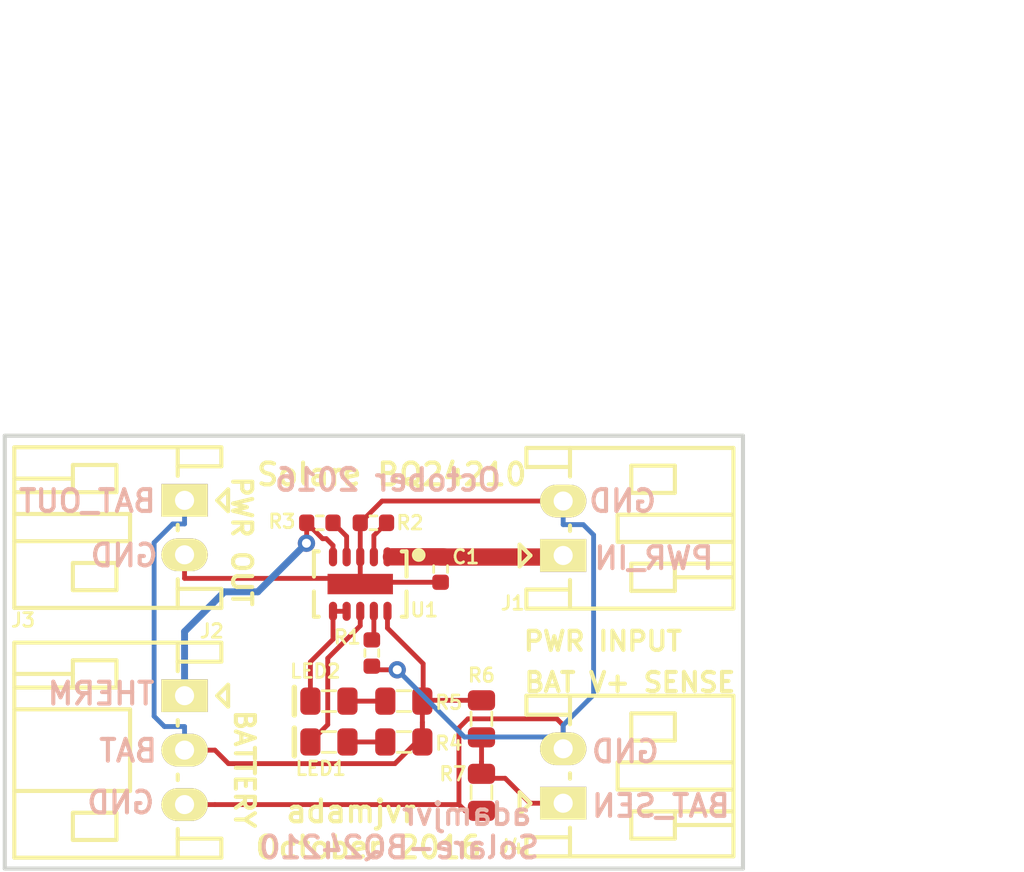
<source format=kicad_pcb>
(kicad_pcb (version 20171130) (host pcbnew "(5.1.12)-1")

  (general
    (thickness 1.6)
    (drawings 25)
    (tracks 99)
    (zones 0)
    (modules 15)
    (nets 13)
  )

  (page A4)
  (layers
    (0 F.Cu signal)
    (31 B.Cu signal)
    (32 B.Adhes user hide)
    (33 F.Adhes user hide)
    (34 B.Paste user)
    (35 F.Paste user)
    (36 B.SilkS user)
    (37 F.SilkS user)
    (38 B.Mask user)
    (39 F.Mask user)
    (40 Dwgs.User user)
    (41 Cmts.User user)
    (42 Eco1.User user)
    (43 Eco2.User user)
    (44 Edge.Cuts user)
    (45 Margin user)
    (46 B.CrtYd user)
    (47 F.CrtYd user)
    (48 B.Fab user)
    (49 F.Fab user hide)
  )

  (setup
    (last_trace_width 0.1778)
    (user_trace_width 0.1778)
    (user_trace_width 0.254)
    (user_trace_width 0.381)
    (user_trace_width 0.635)
    (user_trace_width 0.762)
    (trace_clearance 0.1778)
    (zone_clearance 0.1778)
    (zone_45_only no)
    (trace_min 0.1778)
    (via_size 0.635)
    (via_drill 0.3302)
    (via_min_size 0.635)
    (via_min_drill 0.3302)
    (user_via 0.635 0.3302)
    (user_via 0.635 0.381)
    (user_via 1.27 0.7112)
    (uvia_size 0.3)
    (uvia_drill 0.1)
    (uvias_allowed no)
    (uvia_min_size 0.2)
    (uvia_min_drill 0.1)
    (edge_width 0.15)
    (segment_width 0.2)
    (pcb_text_width 0.3)
    (pcb_text_size 1.5 1.5)
    (mod_edge_width 0.15)
    (mod_text_size 0.5 0.5)
    (mod_text_width 0.1)
    (pad_size 1.524 1.524)
    (pad_drill 0.762)
    (pad_to_mask_clearance 0.2)
    (aux_axis_origin 0 0)
    (visible_elements 7FFFF7FF)
    (pcbplotparams
      (layerselection 0x010f0_ffffffff)
      (usegerberextensions true)
      (usegerberattributes true)
      (usegerberadvancedattributes true)
      (creategerberjobfile true)
      (excludeedgelayer true)
      (linewidth 0.100000)
      (plotframeref false)
      (viasonmask false)
      (mode 1)
      (useauxorigin false)
      (hpglpennumber 1)
      (hpglpenspeed 20)
      (hpglpendiameter 15.000000)
      (psnegative false)
      (psa4output false)
      (plotreference true)
      (plotvalue true)
      (plotinvisibletext false)
      (padsonsilk false)
      (subtractmaskfromsilk false)
      (outputformat 1)
      (mirror false)
      (drillshape 0)
      (scaleselection 1)
      (outputdirectory "Fab_Output/"))
  )

  (net 0 "")
  (net 1 GND)
  (net 2 "Net-(C1-Pad1)")
  (net 3 /BAT)
  (net 4 /THERM)
  (net 5 /BAT_VOLT)
  (net 6 "Net-(LED1-Pad1)")
  (net 7 "Net-(LED1-Pad2)")
  (net 8 "Net-(LED2-Pad2)")
  (net 9 "Net-(LED2-Pad1)")
  (net 10 "Net-(R1-Pad1)")
  (net 11 "Net-(R2-Pad1)")
  (net 12 "Net-(R3-Pad1)")

  (net_class Default "This is the default net class."
    (clearance 0.1778)
    (trace_width 0.1778)
    (via_dia 0.635)
    (via_drill 0.3302)
    (uvia_dia 0.3)
    (uvia_drill 0.1)
    (diff_pair_width 0.1778)
    (diff_pair_gap 0.254)
    (add_net /BAT)
    (add_net /BAT_VOLT)
    (add_net /THERM)
    (add_net GND)
    (add_net "Net-(C1-Pad1)")
    (add_net "Net-(LED1-Pad1)")
    (add_net "Net-(LED1-Pad2)")
    (add_net "Net-(LED2-Pad1)")
    (add_net "Net-(LED2-Pad2)")
    (add_net "Net-(R1-Pad1)")
    (add_net "Net-(R2-Pad1)")
    (add_net "Net-(R3-Pad1)")
  )

  (module "PCB_Footprints:S3B-PH-K-S(LF)(SN)" (layer F.Cu) (tedit 57F34C65) (tstamp 57F0192A)
    (at 57.3 62.35 270)
    (descr http://www.jst-mfg.com/product/pdf/eng/ePH.pdf)
    (tags "connector jst ph")
    (path /57F02B51)
    (fp_text reference J2 (at -2.375 -1) (layer F.SilkS)
      (effects (font (size 0.5 0.5) (thickness 0.1)))
    )
    (fp_text value "S3B-PH-K-S(LF)(SN)" (at 2 7.5 270) (layer F.Fab)
      (effects (font (size 0.5 0.5) (thickness 0.1)))
    )
    (fp_line (start 0.5 6.25) (end 0.5 2) (layer F.SilkS) (width 0.15))
    (fp_line (start 0.5 2) (end 3.5 2) (layer F.SilkS) (width 0.15))
    (fp_line (start 3.5 2) (end 3.5 6.25) (layer F.SilkS) (width 0.15))
    (fp_line (start -0.9 0.25) (end -1.25 0.25) (layer F.SilkS) (width 0.15))
    (fp_line (start -1.25 0.25) (end -1.25 -1.35) (layer F.SilkS) (width 0.15))
    (fp_line (start -1.25 -1.35) (end -1.95 -1.35) (layer F.SilkS) (width 0.15))
    (fp_line (start -1.95 -1.35) (end -1.95 6.25) (layer F.SilkS) (width 0.15))
    (fp_line (start -1.95 6.25) (end 5.95 6.25) (layer F.SilkS) (width 0.15))
    (fp_line (start 5.95 6.25) (end 5.95 -1.35) (layer F.SilkS) (width 0.15))
    (fp_line (start 5.95 -1.35) (end 5.25 -1.35) (layer F.SilkS) (width 0.15))
    (fp_line (start 5.25 -1.35) (end 5.25 0.25) (layer F.SilkS) (width 0.15))
    (fp_line (start 5.25 0.25) (end 4.9 0.25) (layer F.SilkS) (width 0.15))
    (fp_line (start 0 -1.2) (end -0.4 -1.6) (layer F.SilkS) (width 0.15))
    (fp_line (start -0.4 -1.6) (end 0.4 -1.6) (layer F.SilkS) (width 0.15))
    (fp_line (start 0.4 -1.6) (end 0 -1.2) (layer F.SilkS) (width 0.15))
    (fp_line (start -1.95 0.25) (end -1.25 0.25) (layer F.SilkS) (width 0.15))
    (fp_line (start 5.95 0.25) (end 5.25 0.25) (layer F.SilkS) (width 0.15))
    (fp_line (start -1.3 2.5) (end -1.3 4.1) (layer F.SilkS) (width 0.15))
    (fp_line (start -1.3 4.1) (end -0.3 4.1) (layer F.SilkS) (width 0.15))
    (fp_line (start -0.3 4.1) (end -0.3 2.5) (layer F.SilkS) (width 0.15))
    (fp_line (start -0.3 2.5) (end -1.3 2.5) (layer F.SilkS) (width 0.15))
    (fp_line (start 5.3 2.5) (end 5.3 4.1) (layer F.SilkS) (width 0.15))
    (fp_line (start 5.3 4.1) (end 4.3 4.1) (layer F.SilkS) (width 0.15))
    (fp_line (start 4.3 4.1) (end 4.3 2.5) (layer F.SilkS) (width 0.15))
    (fp_line (start 4.3 2.5) (end 5.3 2.5) (layer F.SilkS) (width 0.15))
    (fp_line (start -0.3 4.1) (end -0.3 6.25) (layer F.SilkS) (width 0.15))
    (fp_line (start -0.8 4.1) (end -0.8 6.25) (layer F.SilkS) (width 0.15))
    (fp_line (start 0.9 0.25) (end 1.1 0.25) (layer F.SilkS) (width 0.15))
    (fp_line (start 2.9 0.25) (end 3.1 0.25) (layer F.SilkS) (width 0.15))
    (fp_line (start -2.45 6.75) (end -2.45 -1.85) (layer F.CrtYd) (width 0.05))
    (fp_line (start -2.45 -1.85) (end 6.45 -1.85) (layer F.CrtYd) (width 0.05))
    (fp_line (start 6.45 -1.85) (end 6.45 6.75) (layer F.CrtYd) (width 0.05))
    (fp_line (start 6.45 6.75) (end -2.45 6.75) (layer F.CrtYd) (width 0.05))
    (pad 1 thru_hole rect (at 0 0 270) (size 1.2 1.7) (drill 0.7) (layers *.Cu *.Mask F.SilkS)
      (net 4 /THERM))
    (pad 2 thru_hole oval (at 2 0 270) (size 1.2 1.7) (drill 0.7) (layers *.Cu *.Mask F.SilkS)
      (net 3 /BAT))
    (pad 3 thru_hole oval (at 4 0 270) (size 1.2 1.7) (drill 0.7) (layers *.Cu *.Mask F.SilkS)
      (net 1 GND))
    (model C:/Users/adam/Documents/GitHub/footprints/3D/VRML/S3B-PH-K-S.wrl
      (offset (xyz 10.88999983644861 3.789999943079912 6.049999909138115))
      (scale (xyz 0.4 0.4 0.4))
      (rotate (xyz -90 0 0))
    )
  )

  (module "PCB_Footprints:S2B-PH-K-S(LF)(SN)" (layer F.Cu) (tedit 57F34C65) (tstamp 57F01902)
    (at 71.2 57.2 90)
    (descr http://www.jst-mfg.com/product/pdf/eng/ePH.pdf)
    (tags "connector jst ph")
    (path /57F02D96)
    (fp_text reference J1 (at -1.75 -1.85 180) (layer F.SilkS)
      (effects (font (size 0.5 0.5) (thickness 0.1)))
    )
    (fp_text value "S2B-PH-K-S(LF)(SN)" (at 1 7.5 90) (layer F.Fab)
      (effects (font (size 0.5 0.5) (thickness 0.1)))
    )
    (fp_line (start 0.5 6.25) (end 0.5 2) (layer F.SilkS) (width 0.15))
    (fp_line (start 0.5 2) (end 1.5 2) (layer F.SilkS) (width 0.15))
    (fp_line (start 1.5 2) (end 1.5 6.25) (layer F.SilkS) (width 0.15))
    (fp_line (start -0.9 0.25) (end -1.25 0.25) (layer F.SilkS) (width 0.15))
    (fp_line (start -1.25 0.25) (end -1.25 -1.35) (layer F.SilkS) (width 0.15))
    (fp_line (start -1.25 -1.35) (end -1.95 -1.35) (layer F.SilkS) (width 0.15))
    (fp_line (start -1.95 -1.35) (end -1.95 6.25) (layer F.SilkS) (width 0.15))
    (fp_line (start -1.95 6.25) (end 3.95 6.25) (layer F.SilkS) (width 0.15))
    (fp_line (start 3.95 6.25) (end 3.95 -1.35) (layer F.SilkS) (width 0.15))
    (fp_line (start 3.95 -1.35) (end 3.25 -1.35) (layer F.SilkS) (width 0.15))
    (fp_line (start 3.25 -1.35) (end 3.25 0.25) (layer F.SilkS) (width 0.15))
    (fp_line (start 3.25 0.25) (end 2.9 0.25) (layer F.SilkS) (width 0.15))
    (fp_line (start 0 -1.2) (end -0.4 -1.6) (layer F.SilkS) (width 0.15))
    (fp_line (start -0.4 -1.6) (end 0.4 -1.6) (layer F.SilkS) (width 0.15))
    (fp_line (start 0.4 -1.6) (end 0 -1.2) (layer F.SilkS) (width 0.15))
    (fp_line (start -1.95 0.25) (end -1.25 0.25) (layer F.SilkS) (width 0.15))
    (fp_line (start 3.95 0.25) (end 3.25 0.25) (layer F.SilkS) (width 0.15))
    (fp_line (start -1.3 2.5) (end -1.3 4.1) (layer F.SilkS) (width 0.15))
    (fp_line (start -1.3 4.1) (end -0.3 4.1) (layer F.SilkS) (width 0.15))
    (fp_line (start -0.3 4.1) (end -0.3 2.5) (layer F.SilkS) (width 0.15))
    (fp_line (start -0.3 2.5) (end -1.3 2.5) (layer F.SilkS) (width 0.15))
    (fp_line (start 3.3 2.5) (end 3.3 4.1) (layer F.SilkS) (width 0.15))
    (fp_line (start 3.3 4.1) (end 2.3 4.1) (layer F.SilkS) (width 0.15))
    (fp_line (start 2.3 4.1) (end 2.3 2.5) (layer F.SilkS) (width 0.15))
    (fp_line (start 2.3 2.5) (end 3.3 2.5) (layer F.SilkS) (width 0.15))
    (fp_line (start -0.3 4.1) (end -0.3 6.25) (layer F.SilkS) (width 0.15))
    (fp_line (start -0.8 4.1) (end -0.8 6.25) (layer F.SilkS) (width 0.15))
    (fp_line (start 0.9 0.25) (end 1.1 0.25) (layer F.SilkS) (width 0.15))
    (fp_line (start -2.45 6.75) (end -2.45 -1.85) (layer F.CrtYd) (width 0.05))
    (fp_line (start -2.45 -1.85) (end 4.45 -1.85) (layer F.CrtYd) (width 0.05))
    (fp_line (start 4.45 -1.85) (end 4.45 6.75) (layer F.CrtYd) (width 0.05))
    (fp_line (start 4.45 6.75) (end -2.45 6.75) (layer F.CrtYd) (width 0.05))
    (pad 1 thru_hole rect (at 0 0 90) (size 1.2 1.7) (drill 0.7) (layers *.Cu *.Mask F.SilkS)
      (net 2 "Net-(C1-Pad1)"))
    (pad 2 thru_hole oval (at 2 0 90) (size 1.2 1.7) (drill 0.7) (layers *.Cu *.Mask F.SilkS)
      (net 1 GND))
    (model C:/Users/adam/Documents/GitHub/footprints/3D/VRML/S2B-PH-K-S.wrl
      (offset (xyz 8.87999986663578 2.749999958699144 5.999999909889041))
      (scale (xyz 0.4 0.4 0.4))
      (rotate (xyz -90 0 0))
    )
  )

  (module "PCB_Footprints:S2B-PH-K-S(LF)(SN)" (layer F.Cu) (tedit 57F34C65) (tstamp 57F01950)
    (at 57.3 55.175 270)
    (descr http://www.jst-mfg.com/product/pdf/eng/ePH.pdf)
    (tags "connector jst ph")
    (path /57F03148)
    (fp_text reference J3 (at 4.4 5.925) (layer F.SilkS)
      (effects (font (size 0.5 0.5) (thickness 0.1)))
    )
    (fp_text value "S2B-PH-K-S(LF)(SN)" (at 1 7.5 270) (layer F.Fab)
      (effects (font (size 0.5 0.5) (thickness 0.1)))
    )
    (fp_line (start 0.5 6.25) (end 0.5 2) (layer F.SilkS) (width 0.15))
    (fp_line (start 0.5 2) (end 1.5 2) (layer F.SilkS) (width 0.15))
    (fp_line (start 1.5 2) (end 1.5 6.25) (layer F.SilkS) (width 0.15))
    (fp_line (start -0.9 0.25) (end -1.25 0.25) (layer F.SilkS) (width 0.15))
    (fp_line (start -1.25 0.25) (end -1.25 -1.35) (layer F.SilkS) (width 0.15))
    (fp_line (start -1.25 -1.35) (end -1.95 -1.35) (layer F.SilkS) (width 0.15))
    (fp_line (start -1.95 -1.35) (end -1.95 6.25) (layer F.SilkS) (width 0.15))
    (fp_line (start -1.95 6.25) (end 3.95 6.25) (layer F.SilkS) (width 0.15))
    (fp_line (start 3.95 6.25) (end 3.95 -1.35) (layer F.SilkS) (width 0.15))
    (fp_line (start 3.95 -1.35) (end 3.25 -1.35) (layer F.SilkS) (width 0.15))
    (fp_line (start 3.25 -1.35) (end 3.25 0.25) (layer F.SilkS) (width 0.15))
    (fp_line (start 3.25 0.25) (end 2.9 0.25) (layer F.SilkS) (width 0.15))
    (fp_line (start 0 -1.2) (end -0.4 -1.6) (layer F.SilkS) (width 0.15))
    (fp_line (start -0.4 -1.6) (end 0.4 -1.6) (layer F.SilkS) (width 0.15))
    (fp_line (start 0.4 -1.6) (end 0 -1.2) (layer F.SilkS) (width 0.15))
    (fp_line (start -1.95 0.25) (end -1.25 0.25) (layer F.SilkS) (width 0.15))
    (fp_line (start 3.95 0.25) (end 3.25 0.25) (layer F.SilkS) (width 0.15))
    (fp_line (start -1.3 2.5) (end -1.3 4.1) (layer F.SilkS) (width 0.15))
    (fp_line (start -1.3 4.1) (end -0.3 4.1) (layer F.SilkS) (width 0.15))
    (fp_line (start -0.3 4.1) (end -0.3 2.5) (layer F.SilkS) (width 0.15))
    (fp_line (start -0.3 2.5) (end -1.3 2.5) (layer F.SilkS) (width 0.15))
    (fp_line (start 3.3 2.5) (end 3.3 4.1) (layer F.SilkS) (width 0.15))
    (fp_line (start 3.3 4.1) (end 2.3 4.1) (layer F.SilkS) (width 0.15))
    (fp_line (start 2.3 4.1) (end 2.3 2.5) (layer F.SilkS) (width 0.15))
    (fp_line (start 2.3 2.5) (end 3.3 2.5) (layer F.SilkS) (width 0.15))
    (fp_line (start -0.3 4.1) (end -0.3 6.25) (layer F.SilkS) (width 0.15))
    (fp_line (start -0.8 4.1) (end -0.8 6.25) (layer F.SilkS) (width 0.15))
    (fp_line (start 0.9 0.25) (end 1.1 0.25) (layer F.SilkS) (width 0.15))
    (fp_line (start -2.45 6.75) (end -2.45 -1.85) (layer F.CrtYd) (width 0.05))
    (fp_line (start -2.45 -1.85) (end 4.45 -1.85) (layer F.CrtYd) (width 0.05))
    (fp_line (start 4.45 -1.85) (end 4.45 6.75) (layer F.CrtYd) (width 0.05))
    (fp_line (start 4.45 6.75) (end -2.45 6.75) (layer F.CrtYd) (width 0.05))
    (pad 1 thru_hole rect (at 0 0 270) (size 1.2 1.7) (drill 0.7) (layers *.Cu *.Mask F.SilkS)
      (net 3 /BAT))
    (pad 2 thru_hole oval (at 2 0 270) (size 1.2 1.7) (drill 0.7) (layers *.Cu *.Mask F.SilkS)
      (net 1 GND))
    (model C:/Users/adam/Documents/GitHub/footprints/3D/VRML/S2B-PH-K-S.wrl
      (offset (xyz 8.87999986663578 2.749999958699144 5.999999909889041))
      (scale (xyz 0.4 0.4 0.4))
      (rotate (xyz -90 0 0))
    )
  )

  (module "PCB_Footprints:S2B-PH-K-S(LF)(SN)" (layer F.Cu) (tedit 57F34C65) (tstamp 57F01976)
    (at 71.2 66.3 90)
    (descr http://www.jst-mfg.com/product/pdf/eng/ePH.pdf)
    (tags "connector jst ph")
    (path /57F07642)
    (fp_text reference J4 (at -1.6 -1.925 180) (layer F.SilkS)
      (effects (font (size 0.5 0.5) (thickness 0.1)))
    )
    (fp_text value "S2B-PH-K-S(LF)(SN)" (at 1 7.5 90) (layer F.Fab)
      (effects (font (size 0.5 0.5) (thickness 0.1)))
    )
    (fp_line (start 0.5 6.25) (end 0.5 2) (layer F.SilkS) (width 0.15))
    (fp_line (start 0.5 2) (end 1.5 2) (layer F.SilkS) (width 0.15))
    (fp_line (start 1.5 2) (end 1.5 6.25) (layer F.SilkS) (width 0.15))
    (fp_line (start -0.9 0.25) (end -1.25 0.25) (layer F.SilkS) (width 0.15))
    (fp_line (start -1.25 0.25) (end -1.25 -1.35) (layer F.SilkS) (width 0.15))
    (fp_line (start -1.25 -1.35) (end -1.95 -1.35) (layer F.SilkS) (width 0.15))
    (fp_line (start -1.95 -1.35) (end -1.95 6.25) (layer F.SilkS) (width 0.15))
    (fp_line (start -1.95 6.25) (end 3.95 6.25) (layer F.SilkS) (width 0.15))
    (fp_line (start 3.95 6.25) (end 3.95 -1.35) (layer F.SilkS) (width 0.15))
    (fp_line (start 3.95 -1.35) (end 3.25 -1.35) (layer F.SilkS) (width 0.15))
    (fp_line (start 3.25 -1.35) (end 3.25 0.25) (layer F.SilkS) (width 0.15))
    (fp_line (start 3.25 0.25) (end 2.9 0.25) (layer F.SilkS) (width 0.15))
    (fp_line (start 0 -1.2) (end -0.4 -1.6) (layer F.SilkS) (width 0.15))
    (fp_line (start -0.4 -1.6) (end 0.4 -1.6) (layer F.SilkS) (width 0.15))
    (fp_line (start 0.4 -1.6) (end 0 -1.2) (layer F.SilkS) (width 0.15))
    (fp_line (start -1.95 0.25) (end -1.25 0.25) (layer F.SilkS) (width 0.15))
    (fp_line (start 3.95 0.25) (end 3.25 0.25) (layer F.SilkS) (width 0.15))
    (fp_line (start -1.3 2.5) (end -1.3 4.1) (layer F.SilkS) (width 0.15))
    (fp_line (start -1.3 4.1) (end -0.3 4.1) (layer F.SilkS) (width 0.15))
    (fp_line (start -0.3 4.1) (end -0.3 2.5) (layer F.SilkS) (width 0.15))
    (fp_line (start -0.3 2.5) (end -1.3 2.5) (layer F.SilkS) (width 0.15))
    (fp_line (start 3.3 2.5) (end 3.3 4.1) (layer F.SilkS) (width 0.15))
    (fp_line (start 3.3 4.1) (end 2.3 4.1) (layer F.SilkS) (width 0.15))
    (fp_line (start 2.3 4.1) (end 2.3 2.5) (layer F.SilkS) (width 0.15))
    (fp_line (start 2.3 2.5) (end 3.3 2.5) (layer F.SilkS) (width 0.15))
    (fp_line (start -0.3 4.1) (end -0.3 6.25) (layer F.SilkS) (width 0.15))
    (fp_line (start -0.8 4.1) (end -0.8 6.25) (layer F.SilkS) (width 0.15))
    (fp_line (start 0.9 0.25) (end 1.1 0.25) (layer F.SilkS) (width 0.15))
    (fp_line (start -2.45 6.75) (end -2.45 -1.85) (layer F.CrtYd) (width 0.05))
    (fp_line (start -2.45 -1.85) (end 4.45 -1.85) (layer F.CrtYd) (width 0.05))
    (fp_line (start 4.45 -1.85) (end 4.45 6.75) (layer F.CrtYd) (width 0.05))
    (fp_line (start 4.45 6.75) (end -2.45 6.75) (layer F.CrtYd) (width 0.05))
    (pad 1 thru_hole rect (at 0 0 90) (size 1.2 1.7) (drill 0.7) (layers *.Cu *.Mask F.SilkS)
      (net 5 /BAT_VOLT))
    (pad 2 thru_hole oval (at 2 0 90) (size 1.2 1.7) (drill 0.7) (layers *.Cu *.Mask F.SilkS)
      (net 1 GND))
    (model C:/Users/adam/Documents/GitHub/footprints/3D/VRML/S2B-PH-K-S.wrl
      (offset (xyz 8.87999986663578 2.749999958699144 5.999999909889041))
      (scale (xyz 0.4 0.4 0.4))
      (rotate (xyz -90 0 0))
    )
  )

  (module PCB_Footprints:C0402 (layer F.Cu) (tedit 57F34C65) (tstamp 57F018DC)
    (at 66.7 57.7 270)
    (path /57D8511B)
    (fp_text reference C1 (at -0.45 -0.925) (layer F.SilkS)
      (effects (font (size 0.5 0.5) (thickness 0.1)))
    )
    (fp_text value CL05A105KA5NQNC (at 0 -2.159 270) (layer F.Fab)
      (effects (font (size 0.5 0.5) (thickness 0.1)))
    )
    (fp_line (start -0.127 -0.254) (end 0.127 -0.254) (layer F.SilkS) (width 0.1))
    (fp_line (start -0.127 0.254) (end 0.127 0.254) (layer F.SilkS) (width 0.1))
    (fp_line (start -0.965 -0.508) (end 0.965 -0.508) (layer Dwgs.User) (width 0.05))
    (fp_line (start 0.965 -0.508) (end 0.965 0.508) (layer Dwgs.User) (width 0.05))
    (fp_line (start -0.965 0.508) (end 0.965 0.508) (layer Dwgs.User) (width 0.05))
    (fp_line (start -0.965 -0.508) (end -0.965 0.508) (layer Dwgs.User) (width 0.05))
    (fp_line (start 0 -0.127) (end 0 0.127) (layer Dwgs.User) (width 0.05))
    (fp_line (start 0.127 0) (end -0.127 0) (layer Dwgs.User) (width 0.05))
    (fp_line (start -0.5 0.29) (end 0.5 0.29) (layer Eco1.User) (width 0.05))
    (fp_line (start -0.5 -0.29) (end -0.5 0.29) (layer Eco1.User) (width 0.05))
    (fp_line (start 0.5 -0.29) (end -0.5 -0.29) (layer Eco1.User) (width 0.05))
    (fp_line (start 0.5 0.29) (end 0.5 -0.29) (layer Eco1.User) (width 0.05))
    (pad 2 smd roundrect (at 0.483 0 270) (size 0.559 0.61) (layers F.Cu F.Paste F.Mask) (roundrect_rratio 0.25)
      (net 1 GND) (solder_mask_margin 0.102))
    (pad 1 smd roundrect (at -0.483 0 270) (size 0.559 0.61) (layers F.Cu F.Paste F.Mask) (roundrect_rratio 0.25)
      (net 2 "Net-(C1-Pad1)") (solder_mask_margin 0.102))
    (model C:/Users/adam/Documents/GitHub/footprints/3D/STEP/CAPC-0402-T0.55-BN.stp
      (at (xyz 0 0 0))
      (scale (xyz 1 1 1))
      (rotate (xyz 0 0 0))
    )
  )

  (module PCB_Footprints:LED0603 (layer F.Cu) (tedit 57F34C65) (tstamp 57F01989)
    (at 62.6 64.05 180)
    (path /57D7EE0F)
    (fp_text reference LED1 (at 0.3 -0.975 180) (layer F.SilkS)
      (effects (font (size 0.5 0.5) (thickness 0.1)))
    )
    (fp_text value LTST-C191KGKT (at 0 -1.524 180) (layer F.Fab) hide
      (effects (font (size 0.5 0.5) (thickness 0.1)))
    )
    (fp_line (start -0.8 -0.381) (end -0.8 0.381) (layer Eco1.User) (width 0.05))
    (fp_line (start -0.8 0.381) (end 0.8 0.381) (layer Eco1.User) (width 0.05))
    (fp_line (start 0.8 0.381) (end 0.8 -0.381) (layer Eco1.User) (width 0.05))
    (fp_line (start 0.8 -0.381) (end -0.8 -0.381) (layer Eco1.User) (width 0.05))
    (fp_line (start -1.275 -0.7) (end 1.275 -0.7) (layer Dwgs.User) (width 0.05))
    (fp_line (start 1.275 -0.7) (end 1.275 0.7) (layer Dwgs.User) (width 0.05))
    (fp_line (start 1.275 0.7) (end -1.275 0.7) (layer Dwgs.User) (width 0.05))
    (fp_line (start -1.275 0.7) (end -1.275 -0.7) (layer Dwgs.User) (width 0.05))
    (fp_line (start 0.254 0) (end -0.254 0) (layer Dwgs.User) (width 0.05))
    (fp_line (start 0 -0.254) (end 0 0.254) (layer Dwgs.User) (width 0.05))
    (fp_line (start 0.254 0.381) (end -0.254 0.381) (layer F.SilkS) (width 0.1))
    (fp_line (start -0.254 -0.381) (end 0.254 -0.381) (layer F.SilkS) (width 0.1))
    (fp_line (start 1.27 -0.508) (end 1.27 0.508) (layer F.SilkS) (width 0.2))
    (pad 1 smd roundrect (at -0.68 0 180) (size 0.74 1) (layers F.Cu F.Paste F.Mask) (roundrect_rratio 0.25)
      (net 6 "Net-(LED1-Pad1)") (solder_mask_margin 0.102))
    (pad 2 smd roundrect (at 0.68 0 180) (size 0.74 1) (layers F.Cu F.Paste F.Mask) (roundrect_rratio 0.25)
      (net 7 "Net-(LED1-Pad2)") (solder_mask_margin 0.102))
    (model "C:/Users/adam/Documents/GitHub/KiCAD-OnHand-Lib/3D/LED 0603 single color.stp"
      (at (xyz 0 0 0))
      (scale (xyz 1 1 1))
      (rotate (xyz 0 0 90))
    )
  )

  (module PCB_Footprints:LED0603 (layer F.Cu) (tedit 57F34C65) (tstamp 57F0199C)
    (at 62.6 62.55 180)
    (path /57D7ED65)
    (fp_text reference LED2 (at 0.5 1.1 180) (layer F.SilkS)
      (effects (font (size 0.5 0.5) (thickness 0.1)))
    )
    (fp_text value LTST-C191KFKT (at 0 -1.524 180) (layer F.Fab) hide
      (effects (font (size 0.5 0.5) (thickness 0.1)))
    )
    (fp_line (start 1.27 -0.508) (end 1.27 0.508) (layer F.SilkS) (width 0.2))
    (fp_line (start -0.254 -0.381) (end 0.254 -0.381) (layer F.SilkS) (width 0.1))
    (fp_line (start 0.254 0.381) (end -0.254 0.381) (layer F.SilkS) (width 0.1))
    (fp_line (start 0 -0.254) (end 0 0.254) (layer Dwgs.User) (width 0.05))
    (fp_line (start 0.254 0) (end -0.254 0) (layer Dwgs.User) (width 0.05))
    (fp_line (start -1.275 0.7) (end -1.275 -0.7) (layer Dwgs.User) (width 0.05))
    (fp_line (start 1.275 0.7) (end -1.275 0.7) (layer Dwgs.User) (width 0.05))
    (fp_line (start 1.275 -0.7) (end 1.275 0.7) (layer Dwgs.User) (width 0.05))
    (fp_line (start -1.275 -0.7) (end 1.275 -0.7) (layer Dwgs.User) (width 0.05))
    (fp_line (start 0.8 -0.381) (end -0.8 -0.381) (layer Eco1.User) (width 0.05))
    (fp_line (start 0.8 0.381) (end 0.8 -0.381) (layer Eco1.User) (width 0.05))
    (fp_line (start -0.8 0.381) (end 0.8 0.381) (layer Eco1.User) (width 0.05))
    (fp_line (start -0.8 -0.381) (end -0.8 0.381) (layer Eco1.User) (width 0.05))
    (pad 2 smd roundrect (at 0.68 0 180) (size 0.74 1) (layers F.Cu F.Paste F.Mask) (roundrect_rratio 0.25)
      (net 8 "Net-(LED2-Pad2)") (solder_mask_margin 0.102))
    (pad 1 smd roundrect (at -0.68 0 180) (size 0.74 1) (layers F.Cu F.Paste F.Mask) (roundrect_rratio 0.25)
      (net 9 "Net-(LED2-Pad1)") (solder_mask_margin 0.102))
    (model "C:/Users/adam/Documents/GitHub/KiCAD-OnHand-Lib/3D/LED 0603 single color.stp"
      (at (xyz 0 0 0))
      (scale (xyz 1 1 1))
      (rotate (xyz 0 0 90))
    )
  )

  (module PCB_Footprints:R0402 (layer F.Cu) (tedit 57F34C65) (tstamp 57F019AE)
    (at 64.175 60.783 270)
    (path /57F06188)
    (fp_text reference R1 (at -0.583 0.9) (layer F.SilkS)
      (effects (font (size 0.5 0.5) (thickness 0.1)))
    )
    (fp_text value RC1005F102CS (at 0 -1.524 270) (layer F.Fab) hide
      (effects (font (size 0.5 0.5) (thickness 0.1)))
    )
    (fp_line (start -0.127 -0.254) (end 0.127 -0.254) (layer F.SilkS) (width 0.1))
    (fp_line (start -0.127 0.254) (end 0.127 0.254) (layer F.SilkS) (width 0.1))
    (fp_line (start -0.965 0.508) (end 0.965 0.508) (layer Dwgs.User) (width 0.05))
    (fp_line (start -0.965 -0.483) (end -0.965 0.508) (layer Dwgs.User) (width 0.05))
    (fp_line (start 0.965 -0.483) (end 0.965 0.508) (layer Dwgs.User) (width 0.05))
    (fp_line (start -0.965 -0.483) (end 0.965 -0.483) (layer Dwgs.User) (width 0.05))
    (fp_line (start 0 -0.127) (end 0 0.127) (layer Dwgs.User) (width 0.05))
    (fp_line (start -0.127 0) (end 0.127 0) (layer Dwgs.User) (width 0.05))
    (fp_line (start 0.5 -0.29) (end -0.5 -0.29) (layer Eco1.User) (width 0.05))
    (fp_line (start 0.5 0.29) (end 0.5 -0.29) (layer Eco1.User) (width 0.05))
    (fp_line (start -0.5 0.29) (end 0.5 0.29) (layer Eco1.User) (width 0.05))
    (fp_line (start -0.5 -0.29) (end -0.5 0.29) (layer Eco1.User) (width 0.05))
    (pad 1 smd roundrect (at -0.483 0 270) (size 0.559 0.61) (layers F.Cu F.Paste F.Mask) (roundrect_rratio 0.25)
      (net 10 "Net-(R1-Pad1)") (solder_mask_margin 0.102))
    (pad 2 smd roundrect (at 0.483 0 270) (size 0.559 0.61) (layers F.Cu F.Paste F.Mask) (roundrect_rratio 0.25)
      (net 1 GND) (solder_mask_margin 0.102))
    (model C:/Users/adam/Documents/GitHub/footprints/3D/STEP/RES0402.stp
      (at (xyz 0 0 0))
      (scale (xyz 1 1 1))
      (rotate (xyz 0 0 0))
    )
  )

  (module PCB_Footprints:R0402 (layer F.Cu) (tedit 57F34C65) (tstamp 57F019C0)
    (at 64.233 56 180)
    (path /57D7ECB5)
    (fp_text reference R2 (at -1.342 0 180) (layer F.SilkS)
      (effects (font (size 0.5 0.5) (thickness 0.1)))
    )
    (fp_text value RC1005F4870CS (at 0 -1.524 180) (layer F.Fab) hide
      (effects (font (size 0.5 0.5) (thickness 0.1)))
    )
    (fp_line (start -0.127 -0.254) (end 0.127 -0.254) (layer F.SilkS) (width 0.1))
    (fp_line (start -0.127 0.254) (end 0.127 0.254) (layer F.SilkS) (width 0.1))
    (fp_line (start -0.965 0.508) (end 0.965 0.508) (layer Dwgs.User) (width 0.05))
    (fp_line (start -0.965 -0.483) (end -0.965 0.508) (layer Dwgs.User) (width 0.05))
    (fp_line (start 0.965 -0.483) (end 0.965 0.508) (layer Dwgs.User) (width 0.05))
    (fp_line (start -0.965 -0.483) (end 0.965 -0.483) (layer Dwgs.User) (width 0.05))
    (fp_line (start 0 -0.127) (end 0 0.127) (layer Dwgs.User) (width 0.05))
    (fp_line (start -0.127 0) (end 0.127 0) (layer Dwgs.User) (width 0.05))
    (fp_line (start 0.5 -0.29) (end -0.5 -0.29) (layer Eco1.User) (width 0.05))
    (fp_line (start 0.5 0.29) (end 0.5 -0.29) (layer Eco1.User) (width 0.05))
    (fp_line (start -0.5 0.29) (end 0.5 0.29) (layer Eco1.User) (width 0.05))
    (fp_line (start -0.5 -0.29) (end -0.5 0.29) (layer Eco1.User) (width 0.05))
    (pad 1 smd roundrect (at -0.483 0 180) (size 0.559 0.61) (layers F.Cu F.Paste F.Mask) (roundrect_rratio 0.25)
      (net 11 "Net-(R2-Pad1)") (solder_mask_margin 0.102))
    (pad 2 smd roundrect (at 0.483 0 180) (size 0.559 0.61) (layers F.Cu F.Paste F.Mask) (roundrect_rratio 0.25)
      (net 1 GND) (solder_mask_margin 0.102))
    (model C:/Users/adam/Documents/GitHub/footprints/3D/STEP/RES0402.stp
      (at (xyz 0 0 0))
      (scale (xyz 1 1 1))
      (rotate (xyz 0 0 0))
    )
  )

  (module PCB_Footprints:R0402 (layer F.Cu) (tedit 57F34C65) (tstamp 57F019D2)
    (at 62.267 56 180)
    (path /57DA4064)
    (fp_text reference R3 (at 1.392 0.05 180) (layer F.SilkS)
      (effects (font (size 0.5 0.5) (thickness 0.1)))
    )
    (fp_text value RC1005F102CS (at 0 -1.524 180) (layer F.Fab) hide
      (effects (font (size 0.5 0.5) (thickness 0.1)))
    )
    (fp_line (start -0.5 -0.29) (end -0.5 0.29) (layer Eco1.User) (width 0.05))
    (fp_line (start -0.5 0.29) (end 0.5 0.29) (layer Eco1.User) (width 0.05))
    (fp_line (start 0.5 0.29) (end 0.5 -0.29) (layer Eco1.User) (width 0.05))
    (fp_line (start 0.5 -0.29) (end -0.5 -0.29) (layer Eco1.User) (width 0.05))
    (fp_line (start -0.127 0) (end 0.127 0) (layer Dwgs.User) (width 0.05))
    (fp_line (start 0 -0.127) (end 0 0.127) (layer Dwgs.User) (width 0.05))
    (fp_line (start -0.965 -0.483) (end 0.965 -0.483) (layer Dwgs.User) (width 0.05))
    (fp_line (start 0.965 -0.483) (end 0.965 0.508) (layer Dwgs.User) (width 0.05))
    (fp_line (start -0.965 -0.483) (end -0.965 0.508) (layer Dwgs.User) (width 0.05))
    (fp_line (start -0.965 0.508) (end 0.965 0.508) (layer Dwgs.User) (width 0.05))
    (fp_line (start -0.127 0.254) (end 0.127 0.254) (layer F.SilkS) (width 0.1))
    (fp_line (start -0.127 -0.254) (end 0.127 -0.254) (layer F.SilkS) (width 0.1))
    (pad 2 smd roundrect (at 0.483 0 180) (size 0.559 0.61) (layers F.Cu F.Paste F.Mask) (roundrect_rratio 0.25)
      (net 4 /THERM) (solder_mask_margin 0.102))
    (pad 1 smd roundrect (at -0.483 0 180) (size 0.559 0.61) (layers F.Cu F.Paste F.Mask) (roundrect_rratio 0.25)
      (net 12 "Net-(R3-Pad1)") (solder_mask_margin 0.102))
    (model C:/Users/adam/Documents/GitHub/footprints/3D/STEP/RES0402.stp
      (at (xyz 0 0 0))
      (scale (xyz 1 1 1))
      (rotate (xyz 0 0 0))
    )
  )

  (module PCB_Footprints:R0603 (layer F.Cu) (tedit 57F34C65) (tstamp 57F019E4)
    (at 65.35 64.05)
    (path /57DA18C7)
    (fp_text reference R4 (at 1.65 0.05) (layer F.SilkS)
      (effects (font (size 0.5 0.5) (thickness 0.1)))
    )
    (fp_text value RC1608J202CS (at 0 -1.524) (layer F.Fab) hide
      (effects (font (size 0.5 0.5) (thickness 0.1)))
    )
    (fp_line (start -0.254 -0.381) (end 0.254 -0.381) (layer F.SilkS) (width 0.1))
    (fp_line (start -0.254 0.381) (end 0.254 0.381) (layer F.SilkS) (width 0.1))
    (fp_line (start 0 -0.254) (end 0 0.254) (layer Dwgs.User) (width 0.05))
    (fp_line (start 0.254 0) (end -0.254 0) (layer Dwgs.User) (width 0.05))
    (fp_line (start 1.275 -0.7) (end -1.275 -0.7) (layer Dwgs.User) (width 0.05))
    (fp_line (start 1.275 0.7) (end 1.275 -0.7) (layer Dwgs.User) (width 0.05))
    (fp_line (start -1.275 0.7) (end 1.275 0.7) (layer Dwgs.User) (width 0.05))
    (fp_line (start -1.275 -0.7) (end -1.275 0.7) (layer Dwgs.User) (width 0.05))
    (fp_line (start -0.8 -0.4) (end 0.8 -0.4) (layer Eco1.User) (width 0.05))
    (fp_line (start -0.8 0.4) (end -0.8 -0.4) (layer Eco1.User) (width 0.05))
    (fp_line (start 0.8 0.4) (end -0.8 0.4) (layer Eco1.User) (width 0.05))
    (fp_line (start 0.8 -0.4) (end 0.8 0.4) (layer Eco1.User) (width 0.05))
    (pad 2 smd roundrect (at 0.68 0) (size 0.74 1) (layers F.Cu F.Paste F.Mask) (roundrect_rratio 0.25)
      (net 3 /BAT) (solder_mask_margin 0.102))
    (pad 1 smd roundrect (at -0.68 0) (size 0.74 1) (layers F.Cu F.Paste F.Mask) (roundrect_rratio 0.25)
      (net 6 "Net-(LED1-Pad1)") (solder_mask_margin 0.102))
    (model C:/Users/adam/Documents/GitHub/KiCAD-OnHand-Lib/3D/RES0603.stp
      (at (xyz 0 0 0))
      (scale (xyz 1 1 1))
      (rotate (xyz 0 0 0))
    )
  )

  (module PCB_Footprints:R0603 (layer F.Cu) (tedit 57F34C65) (tstamp 57F019F6)
    (at 65.35 62.55)
    (path /57DA1DE2)
    (fp_text reference R5 (at 1.65 0.05) (layer F.SilkS)
      (effects (font (size 0.5 0.5) (thickness 0.1)))
    )
    (fp_text value RC1608J202CS (at 0 -1.524) (layer F.Fab) hide
      (effects (font (size 0.5 0.5) (thickness 0.1)))
    )
    (fp_line (start 0.8 -0.4) (end 0.8 0.4) (layer Eco1.User) (width 0.05))
    (fp_line (start 0.8 0.4) (end -0.8 0.4) (layer Eco1.User) (width 0.05))
    (fp_line (start -0.8 0.4) (end -0.8 -0.4) (layer Eco1.User) (width 0.05))
    (fp_line (start -0.8 -0.4) (end 0.8 -0.4) (layer Eco1.User) (width 0.05))
    (fp_line (start -1.275 -0.7) (end -1.275 0.7) (layer Dwgs.User) (width 0.05))
    (fp_line (start -1.275 0.7) (end 1.275 0.7) (layer Dwgs.User) (width 0.05))
    (fp_line (start 1.275 0.7) (end 1.275 -0.7) (layer Dwgs.User) (width 0.05))
    (fp_line (start 1.275 -0.7) (end -1.275 -0.7) (layer Dwgs.User) (width 0.05))
    (fp_line (start 0.254 0) (end -0.254 0) (layer Dwgs.User) (width 0.05))
    (fp_line (start 0 -0.254) (end 0 0.254) (layer Dwgs.User) (width 0.05))
    (fp_line (start -0.254 0.381) (end 0.254 0.381) (layer F.SilkS) (width 0.1))
    (fp_line (start -0.254 -0.381) (end 0.254 -0.381) (layer F.SilkS) (width 0.1))
    (pad 1 smd roundrect (at -0.68 0) (size 0.74 1) (layers F.Cu F.Paste F.Mask) (roundrect_rratio 0.25)
      (net 9 "Net-(LED2-Pad1)") (solder_mask_margin 0.102))
    (pad 2 smd roundrect (at 0.68 0) (size 0.74 1) (layers F.Cu F.Paste F.Mask) (roundrect_rratio 0.25)
      (net 3 /BAT) (solder_mask_margin 0.102))
    (model C:/Users/adam/Documents/GitHub/KiCAD-OnHand-Lib/3D/RES0603.stp
      (at (xyz 0 0 0))
      (scale (xyz 1 1 1))
      (rotate (xyz 0 0 0))
    )
  )

  (module PCB_Footprints:R0603 (layer F.Cu) (tedit 57F34C65) (tstamp 57F01A08)
    (at 68.2 63.2 270)
    (path /57E04D9F)
    (fp_text reference R6 (at -1.6 0 180) (layer F.SilkS)
      (effects (font (size 0.5 0.5) (thickness 0.1)))
    )
    (fp_text value ERA-3AEB3741V (at 0 -1.524 270) (layer F.Fab) hide
      (effects (font (size 0.5 0.5) (thickness 0.1)))
    )
    (fp_line (start -0.254 -0.381) (end 0.254 -0.381) (layer F.SilkS) (width 0.1))
    (fp_line (start -0.254 0.381) (end 0.254 0.381) (layer F.SilkS) (width 0.1))
    (fp_line (start 0 -0.254) (end 0 0.254) (layer Dwgs.User) (width 0.05))
    (fp_line (start 0.254 0) (end -0.254 0) (layer Dwgs.User) (width 0.05))
    (fp_line (start 1.275 -0.7) (end -1.275 -0.7) (layer Dwgs.User) (width 0.05))
    (fp_line (start 1.275 0.7) (end 1.275 -0.7) (layer Dwgs.User) (width 0.05))
    (fp_line (start -1.275 0.7) (end 1.275 0.7) (layer Dwgs.User) (width 0.05))
    (fp_line (start -1.275 -0.7) (end -1.275 0.7) (layer Dwgs.User) (width 0.05))
    (fp_line (start -0.8 -0.4) (end 0.8 -0.4) (layer Eco1.User) (width 0.05))
    (fp_line (start -0.8 0.4) (end -0.8 -0.4) (layer Eco1.User) (width 0.05))
    (fp_line (start 0.8 0.4) (end -0.8 0.4) (layer Eco1.User) (width 0.05))
    (fp_line (start 0.8 -0.4) (end 0.8 0.4) (layer Eco1.User) (width 0.05))
    (pad 2 smd roundrect (at 0.68 0 270) (size 0.74 1) (layers F.Cu F.Paste F.Mask) (roundrect_rratio 0.25)
      (net 5 /BAT_VOLT) (solder_mask_margin 0.102))
    (pad 1 smd roundrect (at -0.68 0 270) (size 0.74 1) (layers F.Cu F.Paste F.Mask) (roundrect_rratio 0.25)
      (net 3 /BAT) (solder_mask_margin 0.102))
    (model C:/Users/adam/Documents/GitHub/KiCAD-OnHand-Lib/3D/RES0603.stp
      (at (xyz 0 0 0))
      (scale (xyz 1 1 1))
      (rotate (xyz 0 0 0))
    )
  )

  (module PCB_Footprints:R0603 (layer F.Cu) (tedit 57F34C65) (tstamp 57F01A1A)
    (at 68.2 65.9 270)
    (path /57E04FB0)
    (fp_text reference R7 (at -0.675 1.05 180) (layer F.SilkS)
      (effects (font (size 0.5 0.5) (thickness 0.1)))
    )
    (fp_text value ERA-3AEB3741V (at 0 -1.524 270) (layer F.Fab) hide
      (effects (font (size 0.5 0.5) (thickness 0.1)))
    )
    (fp_line (start 0.8 -0.4) (end 0.8 0.4) (layer Eco1.User) (width 0.05))
    (fp_line (start 0.8 0.4) (end -0.8 0.4) (layer Eco1.User) (width 0.05))
    (fp_line (start -0.8 0.4) (end -0.8 -0.4) (layer Eco1.User) (width 0.05))
    (fp_line (start -0.8 -0.4) (end 0.8 -0.4) (layer Eco1.User) (width 0.05))
    (fp_line (start -1.275 -0.7) (end -1.275 0.7) (layer Dwgs.User) (width 0.05))
    (fp_line (start -1.275 0.7) (end 1.275 0.7) (layer Dwgs.User) (width 0.05))
    (fp_line (start 1.275 0.7) (end 1.275 -0.7) (layer Dwgs.User) (width 0.05))
    (fp_line (start 1.275 -0.7) (end -1.275 -0.7) (layer Dwgs.User) (width 0.05))
    (fp_line (start 0.254 0) (end -0.254 0) (layer Dwgs.User) (width 0.05))
    (fp_line (start 0 -0.254) (end 0 0.254) (layer Dwgs.User) (width 0.05))
    (fp_line (start -0.254 0.381) (end 0.254 0.381) (layer F.SilkS) (width 0.1))
    (fp_line (start -0.254 -0.381) (end 0.254 -0.381) (layer F.SilkS) (width 0.1))
    (pad 1 smd roundrect (at -0.68 0 270) (size 0.74 1) (layers F.Cu F.Paste F.Mask) (roundrect_rratio 0.25)
      (net 5 /BAT_VOLT) (solder_mask_margin 0.102))
    (pad 2 smd roundrect (at 0.68 0 270) (size 0.74 1) (layers F.Cu F.Paste F.Mask) (roundrect_rratio 0.25)
      (net 1 GND) (solder_mask_margin 0.102))
    (model C:/Users/adam/Documents/GitHub/KiCAD-OnHand-Lib/3D/RES0603.stp
      (at (xyz 0 0 0))
      (scale (xyz 1 1 1))
      (rotate (xyz 0 0 0))
    )
  )

  (module PCB_Footprints:BQ24210 (layer F.Cu) (tedit 57F34C65) (tstamp 57F01A32)
    (at 63.7368 58.3252 270)
    (path /57D7E4F0)
    (fp_text reference U1 (at 0.874843 -2.363193) (layer F.SilkS)
      (effects (font (size 0.5 0.5) (thickness 0.1)))
    )
    (fp_text value BQ24210DQCT (at 0 12.446 270) (layer F.Fab)
      (effects (font (size 0.5 0.5) (thickness 0.1)))
    )
    (fp_circle (center -1.143 -2.159) (end -1.143 -2.032) (layer F.SilkS) (width 0.25))
    (fp_line (start -0.350157 -1.713193) (end -1.275157 -1.713193) (layer F.SilkS) (width 0.15))
    (fp_line (start -1.275157 -1.713193) (end -1.275157 -1.538193) (layer F.SilkS) (width 0.15))
    (fp_line (start 1.124843 -1.713193) (end 0.199843 -1.713193) (layer F.SilkS) (width 0.15))
    (fp_line (start 1.124843 -1.713193) (end 1.124843 -1.538193) (layer F.SilkS) (width 0.15))
    (fp_line (start 1.124843 1.686807) (end 0.199843 1.686807) (layer F.SilkS) (width 0.15))
    (fp_line (start -0.350157 1.686807) (end -1.275157 1.686807) (layer F.SilkS) (width 0.15))
    (fp_line (start -1.275157 1.511807) (end -1.275157 1.686807) (layer F.SilkS) (width 0.15))
    (fp_line (start 1.124843 1.511807) (end 1.124843 1.686807) (layer F.SilkS) (width 0.15))
    (pad 5 smd oval (at -1.075157 0.986807 180) (size 0.3 0.7) (layers F.Cu F.Paste F.Mask)
      (net 4 /THERM) (solder_mask_margin 0.102))
    (pad 4 smd oval (at -1.075157 0.486807 180) (size 0.3 0.7) (layers F.Cu F.Paste F.Mask)
      (net 12 "Net-(R3-Pad1)") (solder_mask_margin 0.102))
    (pad 3 smd oval (at -1.075157 -0.013193 180) (size 0.3 0.7) (layers F.Cu F.Paste F.Mask)
      (net 1 GND) (solder_mask_margin 0.102))
    (pad 2 smd oval (at -1.075157 -0.513193 180) (size 0.3 0.7) (layers F.Cu F.Paste F.Mask)
      (net 11 "Net-(R2-Pad1)") (solder_mask_margin 0.102))
    (pad 1 smd oval (at -1.075157 -1.013193 180) (size 0.3 0.7) (layers F.Cu F.Paste F.Mask)
      (net 2 "Net-(C1-Pad1)") (solder_mask_margin 0.102))
    (pad 11 smd rect (at -0.075157 -0.013193 180) (size 2.4 0.75) (layers F.Cu F.Paste F.Mask)
      (net 1 GND) (solder_mask_margin 0.102))
    (pad 6 smd oval (at 0.924843 0.986807 180) (size 0.3 0.7) (layers F.Cu F.Paste F.Mask)
      (net 8 "Net-(LED2-Pad2)") (solder_mask_margin 0.102))
    (pad 7 smd oval (at 0.924843 0.486807 180) (size 0.3 0.7) (layers F.Cu F.Paste F.Mask)
      (net 8 "Net-(LED2-Pad2)") (solder_mask_margin 0.102))
    (pad 8 smd oval (at 0.924843 -0.013193 180) (size 0.3 0.7) (layers F.Cu F.Paste F.Mask)
      (net 7 "Net-(LED1-Pad2)") (solder_mask_margin 0.102))
    (pad 9 smd oval (at 0.924843 -0.513193 180) (size 0.3 0.7) (layers F.Cu F.Paste F.Mask)
      (net 10 "Net-(R1-Pad1)") (solder_mask_margin 0.102))
    (pad 10 smd oval (at 0.924843 -1.013193 180) (size 0.3 0.7) (layers F.Cu F.Paste F.Mask)
      (net 3 /BAT) (solder_mask_margin 0.102))
    (model C:/Users/adam/Documents/GitHub/footprints/3D/STEP/BQ24210_.step
      (at (xyz 0 0 0))
      (scale (xyz 1 1 1))
      (rotate (xyz 0 0 90))
    )
  )

  (gr_text "October 2016" (at 69 54.425) (layer B.SilkS) (tstamp 57F3462E)
    (effects (font (size 0.8 0.8) (thickness 0.15)) (justify left mirror))
  )
  (gr_text adamjvr (at 70.125 66.7) (layer B.SilkS) (tstamp 57F34621)
    (effects (font (size 0.8 0.8) (thickness 0.15)) (justify left mirror))
  )
  (gr_text Solare-BQ24210 (at 70.4 67.925) (layer B.SilkS) (tstamp 57F345F6)
    (effects (font (size 0.8 0.8) (thickness 0.15)) (justify left mirror))
  )
  (gr_text "PWR INPUT" (at 69.675 60.35) (layer F.SilkS) (tstamp 57F34565)
    (effects (font (size 0.7 0.7) (thickness 0.15)) (justify left))
  )
  (gr_text "BAT V+ SENSE\n\n" (at 69.7 62.425) (layer F.SilkS) (tstamp 57F3453E)
    (effects (font (size 0.7 0.7) (thickness 0.15)) (justify left))
  )
  (gr_text "BATTERY\n" (at 59.5 62.8 270) (layer F.SilkS) (tstamp 57F344EB)
    (effects (font (size 0.7 0.7) (thickness 0.15)) (justify left))
  )
  (gr_text "PWR OUT" (at 59.4 54.225 270) (layer F.SilkS) (tstamp 57F344CE)
    (effects (font (size 0.7 0.7) (thickness 0.15)) (justify left))
  )
  (gr_text BAT_OUT (at 56.325 55.2) (layer B.SilkS) (tstamp 57F09725)
    (effects (font (size 0.8 0.8) (thickness 0.15)) (justify left mirror))
  )
  (gr_text PWR_IN (at 76.8 57.3) (layer B.SilkS) (tstamp 57F09712)
    (effects (font (size 0.8 0.8) (thickness 0.15)) (justify left mirror))
  )
  (gr_text BAT_SEN (at 77.4 66.4) (layer B.SilkS) (tstamp 57F096DC)
    (effects (font (size 0.8 0.8) (thickness 0.15)) (justify left mirror))
  )
  (gr_text GND (at 56.275 66.275) (layer B.SilkS) (tstamp 57F096BD)
    (effects (font (size 0.8 0.8) (thickness 0.15)) (justify left mirror))
  )
  (gr_text GND (at 74.7 55.2) (layer B.SilkS) (tstamp 57F09681)
    (effects (font (size 0.8 0.8) (thickness 0.15)) (justify left mirror))
  )
  (gr_text GND (at 56.4 57.2) (layer B.SilkS) (tstamp 57F09679)
    (effects (font (size 0.8 0.8) (thickness 0.15)) (justify left mirror))
  )
  (gr_text GND (at 74.8 64.4) (layer B.SilkS) (tstamp 57F0966D)
    (effects (font (size 0.8 0.8) (thickness 0.15)) (justify left mirror))
  )
  (gr_text BAT (at 56.375 64.375) (layer B.SilkS) (tstamp 57F09655)
    (effects (font (size 0.8 0.8) (thickness 0.15)) (justify left mirror))
  )
  (gr_text THERM (at 56.275 62.275) (layer B.SilkS) (tstamp 57F09646)
    (effects (font (size 0.8 0.8) (thickness 0.15)) (justify left mirror))
  )
  (gr_text "October 2016" (at 59.825 67.925) (layer F.SilkS) (tstamp 57F02D3C)
    (effects (font (size 0.8 0.8) (thickness 0.15)) (justify left))
  )
  (gr_text adamjvr (at 60.95 66.6) (layer F.SilkS) (tstamp 57F02C63)
    (effects (font (size 0.8 0.8) (thickness 0.15)) (justify left))
  )
  (gr_text "Solare BQ24210" (at 59.875 54.225) (layer F.SilkS)
    (effects (font (size 0.8 0.8) (thickness 0.15)) (justify left))
  )
  (dimension 15.9 (width 0.3) (layer Eco1.User)
    (gr_text "15.900 mm" (at 85.45 60.75 270) (layer Eco1.User)
      (effects (font (size 1.5 1.5) (thickness 0.3)))
    )
    (feature1 (pts (xy 77.8 68.7) (xy 86.8 68.7)))
    (feature2 (pts (xy 77.8 52.8) (xy 86.8 52.8)))
    (crossbar (pts (xy 84.1 52.8) (xy 84.1 68.7)))
    (arrow1a (pts (xy 84.1 68.7) (xy 83.513579 67.573496)))
    (arrow1b (pts (xy 84.1 68.7) (xy 84.686421 67.573496)))
    (arrow2a (pts (xy 84.1 52.8) (xy 83.513579 53.926504)))
    (arrow2b (pts (xy 84.1 52.8) (xy 84.686421 53.926504)))
  )
  (dimension 27.1 (width 0.3) (layer Eco1.User)
    (gr_text "27.100 mm" (at 64.25 38.650001) (layer Eco1.User)
      (effects (font (size 1.5 1.5) (thickness 0.3)))
    )
    (feature1 (pts (xy 50.7 52.8) (xy 50.7 37.300001)))
    (feature2 (pts (xy 77.8 52.8) (xy 77.8 37.300001)))
    (crossbar (pts (xy 77.8 40.000001) (xy 50.7 40.000001)))
    (arrow1a (pts (xy 50.7 40.000001) (xy 51.826504 39.41358)))
    (arrow1b (pts (xy 50.7 40.000001) (xy 51.826504 40.586422)))
    (arrow2a (pts (xy 77.8 40.000001) (xy 76.673496 39.41358)))
    (arrow2b (pts (xy 77.8 40.000001) (xy 76.673496 40.586422)))
  )
  (gr_line (start 50.7 52.8) (end 77.8 52.8) (layer Edge.Cuts) (width 0.15))
  (gr_line (start 50.7 68.7) (end 50.7 52.8) (layer Edge.Cuts) (width 0.15))
  (gr_line (start 77.8 68.7) (end 50.7 68.7) (layer Edge.Cuts) (width 0.15))
  (gr_line (start 77.8 52.8) (end 77.8 68.7) (layer Edge.Cuts) (width 0.15))

  (segment (start 65.1071 61.3995) (end 64.3085 61.3995) (width 0.1778) (layer F.Cu) (net 1))
  (segment (start 64.3085 61.3995) (end 64.175 61.266) (width 0.1778) (layer F.Cu) (net 1))
  (segment (start 71.2 63.8666) (end 67.5742 63.8666) (width 0.1778) (layer B.Cu) (net 1))
  (segment (start 67.5742 63.8666) (end 65.1071 61.3995) (width 0.1778) (layer B.Cu) (net 1))
  (segment (start 71.2 63.8666) (end 71.2 63.4332) (width 0.1778) (layer B.Cu) (net 1))
  (segment (start 71.2 64.3) (end 71.2 63.8666) (width 0.1778) (layer B.Cu) (net 1))
  (segment (start 63.75 58.183) (end 66.7 58.183) (width 0.1778) (layer F.Cu) (net 1))
  (segment (start 67.3736 66.35) (end 67.6036 66.58) (width 0.1778) (layer F.Cu) (net 1))
  (segment (start 67.6036 66.58) (end 68.2 66.58) (width 0.1778) (layer F.Cu) (net 1))
  (segment (start 71.2 63.4332) (end 70.9669 63.2001) (width 0.1778) (layer F.Cu) (net 1))
  (segment (start 70.9669 63.2001) (end 67.704 63.2001) (width 0.1778) (layer F.Cu) (net 1))
  (segment (start 67.704 63.2001) (end 67.3736 63.5305) (width 0.1778) (layer F.Cu) (net 1))
  (segment (start 67.3736 63.5305) (end 67.3736 66.35) (width 0.1778) (layer F.Cu) (net 1))
  (segment (start 67.3736 66.35) (end 58.4168 66.35) (width 0.1778) (layer F.Cu) (net 1))
  (segment (start 71.2 64.3) (end 71.2 63.4332) (width 0.1778) (layer F.Cu) (net 1))
  (segment (start 63.75 56) (end 64.55 55.2) (width 0.1778) (layer F.Cu) (net 1))
  (segment (start 64.55 55.2) (end 71.2 55.2) (width 0.1778) (layer F.Cu) (net 1))
  (segment (start 63.75 57.25) (end 63.75 56) (width 0.1778) (layer F.Cu) (net 1))
  (segment (start 71.2 55.2) (end 71.2 56.0668) (width 0.1778) (layer B.Cu) (net 1))
  (segment (start 71.2 63.4332) (end 72.3169 62.3163) (width 0.1778) (layer B.Cu) (net 1))
  (segment (start 72.3169 62.3163) (end 72.3169 56.4457) (width 0.1778) (layer B.Cu) (net 1))
  (segment (start 72.3169 56.4457) (end 71.938 56.0668) (width 0.1778) (layer B.Cu) (net 1))
  (segment (start 71.938 56.0668) (end 71.2 56.0668) (width 0.1778) (layer B.Cu) (net 1))
  (segment (start 63.75 58.0418) (end 63.75 57.25) (width 0.1778) (layer F.Cu) (net 1))
  (segment (start 63.75 58.183) (end 63.75 58.0418) (width 0.1778) (layer F.Cu) (net 1))
  (segment (start 63.75 58.0418) (end 57.3 58.0418) (width 0.1778) (layer F.Cu) (net 1))
  (segment (start 57.3 57.175) (end 57.3 58.0418) (width 0.1778) (layer F.Cu) (net 1))
  (segment (start 63.75 58.25) (end 63.75 58.183) (width 0.1778) (layer F.Cu) (net 1))
  (segment (start 57.3 66.35) (end 58.4168 66.35) (width 0.1778) (layer F.Cu) (net 1))
  (via (at 65.1071 61.3995) (size 0.635) (layers F.Cu B.Cu) (net 1))
  (segment (start 64.75 57.25) (end 64.8953 57.25) (width 0.1778) (layer F.Cu) (net 2))
  (segment (start 66.667 57.25) (end 66.7 57.217) (width 0.1778) (layer F.Cu) (net 2))
  (segment (start 66.667 57.25) (end 64.8953 57.25) (width 0.635) (layer F.Cu) (net 2))
  (segment (start 71.2 57.2) (end 71.1428 57.2572) (width 0.635) (layer F.Cu) (net 2))
  (segment (start 71.1428 57.2572) (end 66.7572 57.2572) (width 0.635) (layer F.Cu) (net 2))
  (segment (start 66.7572 57.2572) (end 66.75 57.25) (width 0.635) (layer F.Cu) (net 2))
  (segment (start 66.75 57.25) (end 66.667 57.25) (width 0.635) (layer F.Cu) (net 2))
  (segment (start 64.75 59.25) (end 64.75 59.8668) (width 0.1778) (layer F.Cu) (net 3))
  (segment (start 64.75 59.8668) (end 66.06 61.1768) (width 0.1778) (layer F.Cu) (net 3))
  (segment (start 66.06 61.1768) (end 66.06 62.52) (width 0.1778) (layer F.Cu) (net 3))
  (segment (start 66.06 62.52) (end 66.03 62.55) (width 0.1778) (layer F.Cu) (net 3))
  (segment (start 68.2 62.52) (end 66.06 62.52) (width 0.1778) (layer F.Cu) (net 3))
  (segment (start 57.3 64.35) (end 57.3 63.4832) (width 0.1778) (layer B.Cu) (net 3))
  (segment (start 57.3 55.175) (end 57.3 56.0418) (width 0.1778) (layer B.Cu) (net 3))
  (segment (start 57.3 56.0418) (end 56.8666 56.0418) (width 0.1778) (layer B.Cu) (net 3))
  (segment (start 56.8666 56.0418) (end 56.1831 56.7253) (width 0.1778) (layer B.Cu) (net 3))
  (segment (start 56.1831 56.7253) (end 56.1831 63.1043) (width 0.1778) (layer B.Cu) (net 3))
  (segment (start 56.1831 63.1043) (end 56.562 63.4832) (width 0.1778) (layer B.Cu) (net 3))
  (segment (start 56.562 63.4832) (end 57.3 63.4832) (width 0.1778) (layer B.Cu) (net 3))
  (segment (start 57.3 64.35) (end 58.4168 64.35) (width 0.1778) (layer F.Cu) (net 3))
  (segment (start 66.03 63.3237) (end 66.03 63.8392) (width 0.1778) (layer F.Cu) (net 3))
  (segment (start 66.03 63.8392) (end 65.0235 64.8457) (width 0.1778) (layer F.Cu) (net 3))
  (segment (start 65.0235 64.8457) (end 58.9125 64.8457) (width 0.1778) (layer F.Cu) (net 3))
  (segment (start 58.9125 64.8457) (end 58.4168 64.35) (width 0.1778) (layer F.Cu) (net 3))
  (segment (start 66.03 63.3237) (end 66.03 64.05) (width 0.1778) (layer F.Cu) (net 3))
  (segment (start 66.03 62.55) (end 66.03 63.3237) (width 0.1778) (layer F.Cu) (net 3))
  (segment (start 62.75 57.05) (end 62.75 57.25) (width 0.1778) (layer F.Cu) (net 4))
  (segment (start 61.784 56) (end 62.367 56.583) (width 0.1778) (layer F.Cu) (net 4))
  (segment (start 62.367 56.583) (end 62.5026 56.583) (width 0.1778) (layer F.Cu) (net 4))
  (segment (start 62.5026 56.583) (end 62.75 56.8304) (width 0.1778) (layer F.Cu) (net 4))
  (segment (start 62.75 56.8304) (end 62.75 57.05) (width 0.1778) (layer F.Cu) (net 4))
  (segment (start 62.75 57.25) (end 62.75 57.05) (width 0.1778) (layer F.Cu) (net 4))
  (segment (start 61.784 56) (end 61.784 56.741) (width 0.1778) (layer F.Cu) (net 4))
  (segment (start 61.784 56.741) (end 61.775 56.75) (width 0.1778) (layer F.Cu) (net 4))
  (segment (start 61.775 56.75) (end 59.9895 58.5355) (width 0.254) (layer B.Cu) (net 4))
  (segment (start 59.9895 58.5355) (end 58.7604 58.5355) (width 0.254) (layer B.Cu) (net 4))
  (segment (start 58.7604 58.5355) (end 57.3 59.9959) (width 0.254) (layer B.Cu) (net 4))
  (segment (start 57.3 59.9959) (end 57.3 62.35) (width 0.254) (layer B.Cu) (net 4))
  (via (at 61.775 56.75) (size 0.635) (layers F.Cu B.Cu) (net 4))
  (segment (start 68.0513 64.0313) (end 68.2 63.8826) (width 0.1778) (layer F.Cu) (net 5))
  (segment (start 68.2 63.8826) (end 68.2 63.88) (width 0.1778) (layer F.Cu) (net 5))
  (segment (start 68.0513 64.0313) (end 68.2026 64.1826) (width 0.1778) (layer F.Cu) (net 5))
  (segment (start 68.2026 64.1826) (end 68.2026 64.7837) (width 0.1778) (layer F.Cu) (net 5))
  (segment (start 67.9 63.88) (end 68.0513 64.0313) (width 0.1778) (layer F.Cu) (net 5))
  (segment (start 68.2026 64.7837) (end 68.2 64.7863) (width 0.1778) (layer F.Cu) (net 5))
  (segment (start 68.2 64.7863) (end 68.2 65.22) (width 0.1778) (layer F.Cu) (net 5))
  (segment (start 68.2026 64.7837) (end 68.2026 65.3848) (width 0.1778) (layer F.Cu) (net 5))
  (segment (start 68.2026 65.3848) (end 69.0701 65.3848) (width 0.1778) (layer F.Cu) (net 5))
  (segment (start 69.0701 65.3848) (end 69.9853 66.3) (width 0.1778) (layer F.Cu) (net 5))
  (segment (start 69.9853 66.3) (end 71.2 66.3) (width 0.1778) (layer F.Cu) (net 5))
  (segment (start 63.28 64.05) (end 64.67 64.05) (width 0.1778) (layer F.Cu) (net 6))
  (segment (start 63.75 59.25) (end 63.75 59.7817) (width 0.1778) (layer F.Cu) (net 7))
  (segment (start 63.75 59.7817) (end 62.5567 60.9749) (width 0.1778) (layer F.Cu) (net 7))
  (segment (start 62.5567 60.9749) (end 62.5567 63.4133) (width 0.1778) (layer F.Cu) (net 7))
  (segment (start 62.5567 63.4133) (end 61.92 64.05) (width 0.1778) (layer F.Cu) (net 7))
  (segment (start 63.25 59.25) (end 62.75 59.25) (width 0.1778) (layer F.Cu) (net 8))
  (segment (start 61.92 62.55) (end 61.92 61.1087) (width 0.1778) (layer F.Cu) (net 8))
  (segment (start 61.92 61.1087) (end 62.75 60.2787) (width 0.1778) (layer F.Cu) (net 8))
  (segment (start 62.75 60.2787) (end 62.75 59.25) (width 0.1778) (layer F.Cu) (net 8))
  (segment (start 64.67 62.55) (end 63.28 62.55) (width 0.1778) (layer F.Cu) (net 9))
  (segment (start 64.225 60.275) (end 64.2 60.275) (width 0.1778) (layer F.Cu) (net 10))
  (segment (start 64.2 60.275) (end 64.175 60.3) (width 0.1778) (layer F.Cu) (net 10))
  (segment (start 64.225 60.275) (end 64.2 60.3) (width 0.1778) (layer F.Cu) (net 10))
  (segment (start 64.25 59.25) (end 64.25 60.25) (width 0.1778) (layer F.Cu) (net 10))
  (segment (start 64.25 60.25) (end 64.225 60.275) (width 0.1778) (layer F.Cu) (net 10))
  (segment (start 64.25 57.25) (end 64.25 56.466) (width 0.1778) (layer F.Cu) (net 11))
  (segment (start 64.25 56.466) (end 64.716 56) (width 0.1778) (layer F.Cu) (net 11))
  (segment (start 62.75 56) (end 63.25 56.5) (width 0.1778) (layer F.Cu) (net 12))
  (segment (start 63.25 56.5) (end 63.25 57.25) (width 0.1778) (layer F.Cu) (net 12))

)

</source>
